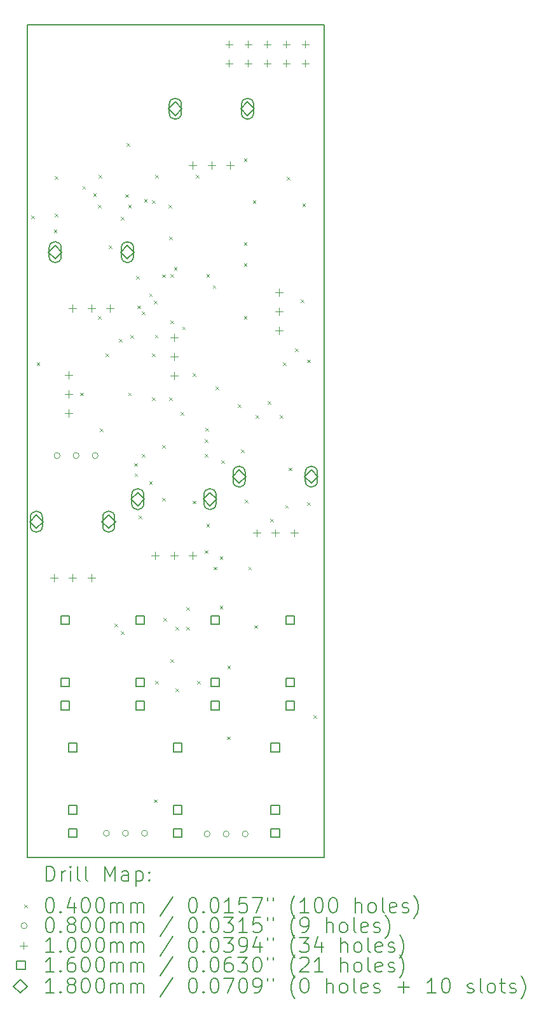
<source format=gbr>
%FSLAX45Y45*%
G04 Gerber Fmt 4.5, Leading zero omitted, Abs format (unit mm)*
G04 Created by KiCad (PCBNEW (6.0.0)) date 2022-02-05 03:11:01*
%MOMM*%
%LPD*%
G01*
G04 APERTURE LIST*
%TA.AperFunction,Profile*%
%ADD10C,0.150000*%
%TD*%
%ADD11C,0.200000*%
%ADD12C,0.040000*%
%ADD13C,0.080000*%
%ADD14C,0.100000*%
%ADD15C,0.160000*%
%ADD16C,0.180000*%
G04 APERTURE END LIST*
D10*
X8450000Y-880000D02*
X8450000Y-11970000D01*
X4500000Y-880000D02*
X8450000Y-880000D01*
X8450000Y-11970000D02*
X4500000Y-11970000D01*
X4500000Y-880000D02*
X4500000Y-11970000D01*
D11*
D12*
X4547500Y-3420000D02*
X4587500Y-3460000D01*
X4587500Y-3420000D02*
X4547500Y-3460000D01*
X4620000Y-5380000D02*
X4660000Y-5420000D01*
X4660000Y-5380000D02*
X4620000Y-5420000D01*
X4850000Y-3610000D02*
X4890000Y-3650000D01*
X4890000Y-3610000D02*
X4850000Y-3650000D01*
X4860000Y-2900000D02*
X4900000Y-2940000D01*
X4900000Y-2900000D02*
X4860000Y-2940000D01*
X4860000Y-3400000D02*
X4900000Y-3440000D01*
X4900000Y-3400000D02*
X4860000Y-3440000D01*
X5200000Y-5780000D02*
X5240000Y-5820000D01*
X5240000Y-5780000D02*
X5200000Y-5820000D01*
X5230000Y-3030000D02*
X5270000Y-3070000D01*
X5270000Y-3030000D02*
X5230000Y-3070000D01*
X5375000Y-3125000D02*
X5415000Y-3165000D01*
X5415000Y-3125000D02*
X5375000Y-3165000D01*
X5440000Y-3280000D02*
X5480000Y-3320000D01*
X5480000Y-3280000D02*
X5440000Y-3320000D01*
X5440000Y-4760000D02*
X5480000Y-4800000D01*
X5480000Y-4760000D02*
X5440000Y-4800000D01*
X5447500Y-2880000D02*
X5487500Y-2920000D01*
X5487500Y-2880000D02*
X5447500Y-2920000D01*
X5460000Y-6260000D02*
X5500000Y-6300000D01*
X5500000Y-6260000D02*
X5460000Y-6300000D01*
X5540000Y-5260000D02*
X5580000Y-5300000D01*
X5580000Y-5260000D02*
X5540000Y-5300000D01*
X5580000Y-3820000D02*
X5620000Y-3860000D01*
X5620000Y-3820000D02*
X5580000Y-3860000D01*
X5660000Y-8860000D02*
X5700000Y-8900000D01*
X5700000Y-8860000D02*
X5660000Y-8900000D01*
X5717500Y-5067500D02*
X5757500Y-5107500D01*
X5757500Y-5067500D02*
X5717500Y-5107500D01*
X5740000Y-3440000D02*
X5780000Y-3480000D01*
X5780000Y-3440000D02*
X5740000Y-3480000D01*
X5740000Y-8960000D02*
X5780000Y-9000000D01*
X5780000Y-8960000D02*
X5740000Y-9000000D01*
X5800000Y-3140000D02*
X5840000Y-3180000D01*
X5840000Y-3140000D02*
X5800000Y-3180000D01*
X5820000Y-2460000D02*
X5860000Y-2500000D01*
X5860000Y-2460000D02*
X5820000Y-2500000D01*
X5840000Y-3280000D02*
X5880000Y-3320000D01*
X5880000Y-3280000D02*
X5840000Y-3320000D01*
X5840000Y-5780000D02*
X5880000Y-5820000D01*
X5880000Y-5780000D02*
X5840000Y-5820000D01*
X5866265Y-5013735D02*
X5906265Y-5053735D01*
X5906265Y-5013735D02*
X5866265Y-5053735D01*
X5920000Y-6720000D02*
X5960000Y-6760000D01*
X5960000Y-6720000D02*
X5920000Y-6760000D01*
X5924315Y-6855685D02*
X5964315Y-6895685D01*
X5964315Y-6855685D02*
X5924315Y-6895685D01*
X5944791Y-4224791D02*
X5984791Y-4264791D01*
X5984791Y-4224791D02*
X5944791Y-4264791D01*
X5960000Y-4620000D02*
X6000000Y-4660000D01*
X6000000Y-4620000D02*
X5960000Y-4660000D01*
X5980000Y-7420000D02*
X6020000Y-7460000D01*
X6020000Y-7420000D02*
X5980000Y-7460000D01*
X6020000Y-4700000D02*
X6060000Y-4740000D01*
X6060000Y-4700000D02*
X6020000Y-4740000D01*
X6020000Y-6600000D02*
X6060000Y-6640000D01*
X6060000Y-6600000D02*
X6020000Y-6640000D01*
X6052500Y-3200000D02*
X6092500Y-3240000D01*
X6092500Y-3200000D02*
X6052500Y-3240000D01*
X6120000Y-4460000D02*
X6160000Y-4500000D01*
X6160000Y-4460000D02*
X6120000Y-4500000D01*
X6120000Y-6960000D02*
X6160000Y-7000000D01*
X6160000Y-6960000D02*
X6120000Y-7000000D01*
X6160000Y-3220000D02*
X6200000Y-3260000D01*
X6200000Y-3220000D02*
X6160000Y-3260000D01*
X6160000Y-5260000D02*
X6200000Y-5300000D01*
X6200000Y-5260000D02*
X6160000Y-5300000D01*
X6160000Y-5845000D02*
X6200000Y-5885000D01*
X6200000Y-5845000D02*
X6160000Y-5885000D01*
X6180000Y-4560000D02*
X6220000Y-4600000D01*
X6220000Y-4560000D02*
X6180000Y-4600000D01*
X6180000Y-11200000D02*
X6220000Y-11240000D01*
X6220000Y-11200000D02*
X6180000Y-11240000D01*
X6195000Y-5010000D02*
X6235000Y-5050000D01*
X6235000Y-5010000D02*
X6195000Y-5050000D01*
X6200000Y-2880000D02*
X6240000Y-2920000D01*
X6240000Y-2880000D02*
X6200000Y-2920000D01*
X6200000Y-9620000D02*
X6240000Y-9660000D01*
X6240000Y-9620000D02*
X6200000Y-9660000D01*
X6290000Y-4205000D02*
X6330000Y-4245000D01*
X6330000Y-4205000D02*
X6290000Y-4245000D01*
X6290000Y-6480000D02*
X6330000Y-6520000D01*
X6330000Y-6480000D02*
X6290000Y-6520000D01*
X6290000Y-7180000D02*
X6330000Y-7220000D01*
X6330000Y-7180000D02*
X6290000Y-7220000D01*
X6310000Y-8780000D02*
X6350000Y-8820000D01*
X6350000Y-8780000D02*
X6310000Y-8820000D01*
X6380000Y-3280000D02*
X6420000Y-3320000D01*
X6420000Y-3280000D02*
X6380000Y-3320000D01*
X6385000Y-3700000D02*
X6425000Y-3740000D01*
X6425000Y-3700000D02*
X6385000Y-3740000D01*
X6385000Y-5845000D02*
X6425000Y-5885000D01*
X6425000Y-5845000D02*
X6385000Y-5885000D01*
X6400000Y-4200000D02*
X6440000Y-4240000D01*
X6440000Y-4200000D02*
X6400000Y-4240000D01*
X6400000Y-4820000D02*
X6440000Y-4860000D01*
X6440000Y-4820000D02*
X6400000Y-4860000D01*
X6405000Y-9330000D02*
X6445000Y-9370000D01*
X6445000Y-9330000D02*
X6405000Y-9370000D01*
X6448735Y-4111265D02*
X6488735Y-4151265D01*
X6488735Y-4111265D02*
X6448735Y-4151265D01*
X6467500Y-8900000D02*
X6507500Y-8940000D01*
X6507500Y-8900000D02*
X6467500Y-8940000D01*
X6467500Y-9720000D02*
X6507500Y-9760000D01*
X6507500Y-9720000D02*
X6467500Y-9760000D01*
X6540000Y-6040000D02*
X6580000Y-6080000D01*
X6580000Y-6040000D02*
X6540000Y-6080000D01*
X6560000Y-4900000D02*
X6600000Y-4940000D01*
X6600000Y-4900000D02*
X6560000Y-4940000D01*
X6612500Y-8640000D02*
X6652500Y-8680000D01*
X6652500Y-8640000D02*
X6612500Y-8680000D01*
X6612500Y-8900000D02*
X6652500Y-8940000D01*
X6652500Y-8900000D02*
X6612500Y-8940000D01*
X6700000Y-5520000D02*
X6740000Y-5560000D01*
X6740000Y-5520000D02*
X6700000Y-5560000D01*
X6700000Y-7220000D02*
X6740000Y-7260000D01*
X6740000Y-7220000D02*
X6700000Y-7260000D01*
X6740000Y-2880000D02*
X6780000Y-2920000D01*
X6780000Y-2880000D02*
X6740000Y-2920000D01*
X6760000Y-9620000D02*
X6800000Y-9660000D01*
X6800000Y-9620000D02*
X6760000Y-9660000D01*
X6860000Y-6400000D02*
X6900000Y-6440000D01*
X6900000Y-6400000D02*
X6860000Y-6440000D01*
X6860000Y-6600000D02*
X6900000Y-6640000D01*
X6900000Y-6600000D02*
X6860000Y-6640000D01*
X6860000Y-7880000D02*
X6900000Y-7920000D01*
X6900000Y-7880000D02*
X6860000Y-7920000D01*
X6868735Y-6251265D02*
X6908735Y-6291265D01*
X6908735Y-6251265D02*
X6868735Y-6291265D01*
X6880000Y-4200000D02*
X6920000Y-4240000D01*
X6920000Y-4200000D02*
X6880000Y-4240000D01*
X6882200Y-7530400D02*
X6922200Y-7570400D01*
X6922200Y-7530400D02*
X6882200Y-7570400D01*
X6965000Y-4348800D02*
X7005000Y-4388800D01*
X7005000Y-4348800D02*
X6965000Y-4388800D01*
X6980000Y-8100000D02*
X7020000Y-8140000D01*
X7020000Y-8100000D02*
X6980000Y-8140000D01*
X7002500Y-5700000D02*
X7042500Y-5740000D01*
X7042500Y-5700000D02*
X7002500Y-5740000D01*
X7060000Y-7960000D02*
X7100000Y-8000000D01*
X7100000Y-7960000D02*
X7060000Y-8000000D01*
X7060000Y-8620000D02*
X7100000Y-8660000D01*
X7100000Y-8620000D02*
X7060000Y-8660000D01*
X7080000Y-6680000D02*
X7120000Y-6720000D01*
X7120000Y-6680000D02*
X7080000Y-6720000D01*
X7155000Y-10360000D02*
X7195000Y-10400000D01*
X7195000Y-10360000D02*
X7155000Y-10400000D01*
X7160000Y-9420000D02*
X7200000Y-9460000D01*
X7200000Y-9420000D02*
X7160000Y-9460000D01*
X7300000Y-5940000D02*
X7340000Y-5980000D01*
X7340000Y-5940000D02*
X7300000Y-5980000D01*
X7340000Y-6540000D02*
X7380000Y-6580000D01*
X7380000Y-6540000D02*
X7340000Y-6580000D01*
X7380000Y-2660000D02*
X7420000Y-2700000D01*
X7420000Y-2660000D02*
X7380000Y-2700000D01*
X7380000Y-3780000D02*
X7420000Y-3820000D01*
X7420000Y-3780000D02*
X7380000Y-3820000D01*
X7380000Y-4060000D02*
X7420000Y-4100000D01*
X7420000Y-4060000D02*
X7380000Y-4100000D01*
X7380000Y-4760000D02*
X7420000Y-4800000D01*
X7420000Y-4760000D02*
X7380000Y-4800000D01*
X7392500Y-7210000D02*
X7432500Y-7250000D01*
X7432500Y-7210000D02*
X7392500Y-7250000D01*
X7440000Y-8100000D02*
X7480000Y-8140000D01*
X7480000Y-8100000D02*
X7440000Y-8140000D01*
X7500000Y-3220000D02*
X7540000Y-3260000D01*
X7540000Y-3220000D02*
X7500000Y-3260000D01*
X7520000Y-8880000D02*
X7560000Y-8920000D01*
X7560000Y-8880000D02*
X7520000Y-8920000D01*
X7535000Y-6080000D02*
X7575000Y-6120000D01*
X7575000Y-6080000D02*
X7535000Y-6120000D01*
X7700000Y-5895500D02*
X7740000Y-5935500D01*
X7740000Y-5895500D02*
X7700000Y-5935500D01*
X7730000Y-7460000D02*
X7770000Y-7500000D01*
X7770000Y-7460000D02*
X7730000Y-7500000D01*
X7860000Y-6080000D02*
X7900000Y-6120000D01*
X7900000Y-6080000D02*
X7860000Y-6120000D01*
X7900000Y-5380000D02*
X7940000Y-5420000D01*
X7940000Y-5380000D02*
X7900000Y-5420000D01*
X7930000Y-7280000D02*
X7970000Y-7320000D01*
X7970000Y-7280000D02*
X7930000Y-7320000D01*
X7955000Y-2905000D02*
X7995000Y-2945000D01*
X7995000Y-2905000D02*
X7955000Y-2945000D01*
X7980000Y-6780000D02*
X8020000Y-6820000D01*
X8020000Y-6780000D02*
X7980000Y-6820000D01*
X8060000Y-5190000D02*
X8100000Y-5230000D01*
X8100000Y-5190000D02*
X8060000Y-5230000D01*
X8140000Y-4540000D02*
X8180000Y-4580000D01*
X8180000Y-4540000D02*
X8140000Y-4580000D01*
X8160000Y-3260000D02*
X8200000Y-3300000D01*
X8200000Y-3260000D02*
X8160000Y-3300000D01*
X8220000Y-5340000D02*
X8260000Y-5380000D01*
X8260000Y-5340000D02*
X8220000Y-5380000D01*
X8220000Y-7240000D02*
X8260000Y-7280000D01*
X8260000Y-7240000D02*
X8220000Y-7280000D01*
X8307500Y-10080000D02*
X8347500Y-10120000D01*
X8347500Y-10080000D02*
X8307500Y-10120000D01*
D13*
X4932000Y-6620000D02*
G75*
G03*
X4932000Y-6620000I-40000J0D01*
G01*
X5186000Y-6620000D02*
G75*
G03*
X5186000Y-6620000I-40000J0D01*
G01*
X5440000Y-6620000D02*
G75*
G03*
X5440000Y-6620000I-40000J0D01*
G01*
X5590000Y-11650000D02*
G75*
G03*
X5590000Y-11650000I-40000J0D01*
G01*
X5844000Y-11650000D02*
G75*
G03*
X5844000Y-11650000I-40000J0D01*
G01*
X6098000Y-11650000D02*
G75*
G03*
X6098000Y-11650000I-40000J0D01*
G01*
X6930000Y-11660000D02*
G75*
G03*
X6930000Y-11660000I-40000J0D01*
G01*
X7184000Y-11660000D02*
G75*
G03*
X7184000Y-11660000I-40000J0D01*
G01*
X7438000Y-11660000D02*
G75*
G03*
X7438000Y-11660000I-40000J0D01*
G01*
D14*
X4850000Y-8200000D02*
X4850000Y-8300000D01*
X4800000Y-8250000D02*
X4900000Y-8250000D01*
X5050000Y-5496000D02*
X5050000Y-5596000D01*
X5000000Y-5546000D02*
X5100000Y-5546000D01*
X5050000Y-5750000D02*
X5050000Y-5850000D01*
X5000000Y-5800000D02*
X5100000Y-5800000D01*
X5050000Y-6004000D02*
X5050000Y-6104000D01*
X5000000Y-6054000D02*
X5100000Y-6054000D01*
X5100000Y-4610000D02*
X5100000Y-4710000D01*
X5050000Y-4660000D02*
X5150000Y-4660000D01*
X5100000Y-8200000D02*
X5100000Y-8300000D01*
X5050000Y-8250000D02*
X5150000Y-8250000D01*
X5350000Y-4610000D02*
X5350000Y-4710000D01*
X5300000Y-4660000D02*
X5400000Y-4660000D01*
X5350000Y-8200000D02*
X5350000Y-8300000D01*
X5300000Y-8250000D02*
X5400000Y-8250000D01*
X5600000Y-4610000D02*
X5600000Y-4710000D01*
X5550000Y-4660000D02*
X5650000Y-4660000D01*
X6200000Y-7900000D02*
X6200000Y-8000000D01*
X6150000Y-7950000D02*
X6250000Y-7950000D01*
X6450000Y-4996000D02*
X6450000Y-5096000D01*
X6400000Y-5046000D02*
X6500000Y-5046000D01*
X6450000Y-5250000D02*
X6450000Y-5350000D01*
X6400000Y-5300000D02*
X6500000Y-5300000D01*
X6450000Y-5504000D02*
X6450000Y-5604000D01*
X6400000Y-5554000D02*
X6500000Y-5554000D01*
X6450000Y-7900000D02*
X6450000Y-8000000D01*
X6400000Y-7950000D02*
X6500000Y-7950000D01*
X6700000Y-2700000D02*
X6700000Y-2800000D01*
X6650000Y-2750000D02*
X6750000Y-2750000D01*
X6700000Y-7900000D02*
X6700000Y-8000000D01*
X6650000Y-7950000D02*
X6750000Y-7950000D01*
X6950000Y-2700000D02*
X6950000Y-2800000D01*
X6900000Y-2750000D02*
X7000000Y-2750000D01*
X7184000Y-1090000D02*
X7184000Y-1190000D01*
X7134000Y-1140000D02*
X7234000Y-1140000D01*
X7184000Y-1344000D02*
X7184000Y-1444000D01*
X7134000Y-1394000D02*
X7234000Y-1394000D01*
X7200000Y-2700000D02*
X7200000Y-2800000D01*
X7150000Y-2750000D02*
X7250000Y-2750000D01*
X7438000Y-1090000D02*
X7438000Y-1190000D01*
X7388000Y-1140000D02*
X7488000Y-1140000D01*
X7438000Y-1344000D02*
X7438000Y-1444000D01*
X7388000Y-1394000D02*
X7488000Y-1394000D01*
X7550000Y-7600000D02*
X7550000Y-7700000D01*
X7500000Y-7650000D02*
X7600000Y-7650000D01*
X7692000Y-1090000D02*
X7692000Y-1190000D01*
X7642000Y-1140000D02*
X7742000Y-1140000D01*
X7692000Y-1344000D02*
X7692000Y-1444000D01*
X7642000Y-1394000D02*
X7742000Y-1394000D01*
X7800000Y-7600000D02*
X7800000Y-7700000D01*
X7750000Y-7650000D02*
X7850000Y-7650000D01*
X7850000Y-4396000D02*
X7850000Y-4496000D01*
X7800000Y-4446000D02*
X7900000Y-4446000D01*
X7850000Y-4650000D02*
X7850000Y-4750000D01*
X7800000Y-4700000D02*
X7900000Y-4700000D01*
X7850000Y-4904000D02*
X7850000Y-5004000D01*
X7800000Y-4954000D02*
X7900000Y-4954000D01*
X7946000Y-1090000D02*
X7946000Y-1190000D01*
X7896000Y-1140000D02*
X7996000Y-1140000D01*
X7946000Y-1344000D02*
X7946000Y-1444000D01*
X7896000Y-1394000D02*
X7996000Y-1394000D01*
X8050000Y-7600000D02*
X8050000Y-7700000D01*
X8000000Y-7650000D02*
X8100000Y-7650000D01*
X8200000Y-1090000D02*
X8200000Y-1190000D01*
X8150000Y-1140000D02*
X8250000Y-1140000D01*
X8200000Y-1344000D02*
X8200000Y-1444000D01*
X8150000Y-1394000D02*
X8250000Y-1394000D01*
D15*
X5056569Y-8864569D02*
X5056569Y-8751431D01*
X4943431Y-8751431D01*
X4943431Y-8864569D01*
X5056569Y-8864569D01*
X5056569Y-9694569D02*
X5056569Y-9581431D01*
X4943431Y-9581431D01*
X4943431Y-9694569D01*
X5056569Y-9694569D01*
X5056569Y-10004569D02*
X5056569Y-9891431D01*
X4943431Y-9891431D01*
X4943431Y-10004569D01*
X5056569Y-10004569D01*
X5156569Y-10564569D02*
X5156569Y-10451431D01*
X5043431Y-10451431D01*
X5043431Y-10564569D01*
X5156569Y-10564569D01*
X5156569Y-11394569D02*
X5156569Y-11281431D01*
X5043431Y-11281431D01*
X5043431Y-11394569D01*
X5156569Y-11394569D01*
X5156569Y-11704569D02*
X5156569Y-11591431D01*
X5043431Y-11591431D01*
X5043431Y-11704569D01*
X5156569Y-11704569D01*
X6056569Y-8864569D02*
X6056569Y-8751431D01*
X5943431Y-8751431D01*
X5943431Y-8864569D01*
X6056569Y-8864569D01*
X6056569Y-9694569D02*
X6056569Y-9581431D01*
X5943431Y-9581431D01*
X5943431Y-9694569D01*
X6056569Y-9694569D01*
X6056569Y-10004569D02*
X6056569Y-9891431D01*
X5943431Y-9891431D01*
X5943431Y-10004569D01*
X6056569Y-10004569D01*
X6556569Y-10564569D02*
X6556569Y-10451431D01*
X6443431Y-10451431D01*
X6443431Y-10564569D01*
X6556569Y-10564569D01*
X6556569Y-11394569D02*
X6556569Y-11281431D01*
X6443431Y-11281431D01*
X6443431Y-11394569D01*
X6556569Y-11394569D01*
X6556569Y-11704569D02*
X6556569Y-11591431D01*
X6443431Y-11591431D01*
X6443431Y-11704569D01*
X6556569Y-11704569D01*
X7056569Y-8864569D02*
X7056569Y-8751431D01*
X6943431Y-8751431D01*
X6943431Y-8864569D01*
X7056569Y-8864569D01*
X7056569Y-9694569D02*
X7056569Y-9581431D01*
X6943431Y-9581431D01*
X6943431Y-9694569D01*
X7056569Y-9694569D01*
X7056569Y-10004569D02*
X7056569Y-9891431D01*
X6943431Y-9891431D01*
X6943431Y-10004569D01*
X7056569Y-10004569D01*
X7856569Y-10564569D02*
X7856569Y-10451431D01*
X7743431Y-10451431D01*
X7743431Y-10564569D01*
X7856569Y-10564569D01*
X7856569Y-11394569D02*
X7856569Y-11281431D01*
X7743431Y-11281431D01*
X7743431Y-11394569D01*
X7856569Y-11394569D01*
X7856569Y-11704569D02*
X7856569Y-11591431D01*
X7743431Y-11591431D01*
X7743431Y-11704569D01*
X7856569Y-11704569D01*
X8056569Y-8864569D02*
X8056569Y-8751431D01*
X7943431Y-8751431D01*
X7943431Y-8864569D01*
X8056569Y-8864569D01*
X8056569Y-9694569D02*
X8056569Y-9581431D01*
X7943431Y-9581431D01*
X7943431Y-9694569D01*
X8056569Y-9694569D01*
X8056569Y-10004569D02*
X8056569Y-9891431D01*
X7943431Y-9891431D01*
X7943431Y-10004569D01*
X8056569Y-10004569D01*
D16*
X4617400Y-7590000D02*
X4707400Y-7500000D01*
X4617400Y-7410000D01*
X4527400Y-7500000D01*
X4617400Y-7590000D01*
D11*
X4537400Y-7440000D02*
X4537400Y-7560000D01*
X4697400Y-7440000D02*
X4697400Y-7560000D01*
X4537400Y-7560000D02*
G75*
G03*
X4697400Y-7560000I80000J0D01*
G01*
X4697400Y-7440000D02*
G75*
G03*
X4537400Y-7440000I-80000J0D01*
G01*
D16*
X4867400Y-4000000D02*
X4957400Y-3910000D01*
X4867400Y-3820000D01*
X4777400Y-3910000D01*
X4867400Y-4000000D01*
D11*
X4787400Y-3850000D02*
X4787400Y-3970000D01*
X4947400Y-3850000D02*
X4947400Y-3970000D01*
X4787400Y-3970000D02*
G75*
G03*
X4947400Y-3970000I80000J0D01*
G01*
X4947400Y-3850000D02*
G75*
G03*
X4787400Y-3850000I-80000J0D01*
G01*
D16*
X5580000Y-7590000D02*
X5670000Y-7500000D01*
X5580000Y-7410000D01*
X5490000Y-7500000D01*
X5580000Y-7590000D01*
D11*
X5500000Y-7440000D02*
X5500000Y-7560000D01*
X5660000Y-7440000D02*
X5660000Y-7560000D01*
X5500000Y-7560000D02*
G75*
G03*
X5660000Y-7560000I80000J0D01*
G01*
X5660000Y-7440000D02*
G75*
G03*
X5500000Y-7440000I-80000J0D01*
G01*
D16*
X5830000Y-4000000D02*
X5920000Y-3910000D01*
X5830000Y-3820000D01*
X5740000Y-3910000D01*
X5830000Y-4000000D01*
D11*
X5750000Y-3850000D02*
X5750000Y-3970000D01*
X5910000Y-3850000D02*
X5910000Y-3970000D01*
X5750000Y-3970000D02*
G75*
G03*
X5910000Y-3970000I80000J0D01*
G01*
X5910000Y-3850000D02*
G75*
G03*
X5750000Y-3850000I-80000J0D01*
G01*
D16*
X5967400Y-7290000D02*
X6057400Y-7200000D01*
X5967400Y-7110000D01*
X5877400Y-7200000D01*
X5967400Y-7290000D01*
D11*
X5887400Y-7140000D02*
X5887400Y-7260000D01*
X6047400Y-7140000D02*
X6047400Y-7260000D01*
X5887400Y-7260000D02*
G75*
G03*
X6047400Y-7260000I80000J0D01*
G01*
X6047400Y-7140000D02*
G75*
G03*
X5887400Y-7140000I-80000J0D01*
G01*
D16*
X6467400Y-2090000D02*
X6557400Y-2000000D01*
X6467400Y-1910000D01*
X6377400Y-2000000D01*
X6467400Y-2090000D01*
D11*
X6387400Y-1940000D02*
X6387400Y-2060000D01*
X6547400Y-1940000D02*
X6547400Y-2060000D01*
X6387400Y-2060000D02*
G75*
G03*
X6547400Y-2060000I80000J0D01*
G01*
X6547400Y-1940000D02*
G75*
G03*
X6387400Y-1940000I-80000J0D01*
G01*
D16*
X6930000Y-7290000D02*
X7020000Y-7200000D01*
X6930000Y-7110000D01*
X6840000Y-7200000D01*
X6930000Y-7290000D01*
D11*
X6850000Y-7140000D02*
X6850000Y-7260000D01*
X7010000Y-7140000D02*
X7010000Y-7260000D01*
X6850000Y-7260000D02*
G75*
G03*
X7010000Y-7260000I80000J0D01*
G01*
X7010000Y-7140000D02*
G75*
G03*
X6850000Y-7140000I-80000J0D01*
G01*
D16*
X7317400Y-6990000D02*
X7407400Y-6900000D01*
X7317400Y-6810000D01*
X7227400Y-6900000D01*
X7317400Y-6990000D01*
D11*
X7237400Y-6840000D02*
X7237400Y-6960000D01*
X7397400Y-6840000D02*
X7397400Y-6960000D01*
X7237400Y-6960000D02*
G75*
G03*
X7397400Y-6960000I80000J0D01*
G01*
X7397400Y-6840000D02*
G75*
G03*
X7237400Y-6840000I-80000J0D01*
G01*
D16*
X7430000Y-2090000D02*
X7520000Y-2000000D01*
X7430000Y-1910000D01*
X7340000Y-2000000D01*
X7430000Y-2090000D01*
D11*
X7350000Y-1940000D02*
X7350000Y-2060000D01*
X7510000Y-1940000D02*
X7510000Y-2060000D01*
X7350000Y-2060000D02*
G75*
G03*
X7510000Y-2060000I80000J0D01*
G01*
X7510000Y-1940000D02*
G75*
G03*
X7350000Y-1940000I-80000J0D01*
G01*
D16*
X8280000Y-6990000D02*
X8370000Y-6900000D01*
X8280000Y-6810000D01*
X8190000Y-6900000D01*
X8280000Y-6990000D01*
D11*
X8200000Y-6840000D02*
X8200000Y-6960000D01*
X8360000Y-6840000D02*
X8360000Y-6960000D01*
X8200000Y-6960000D02*
G75*
G03*
X8360000Y-6960000I80000J0D01*
G01*
X8360000Y-6840000D02*
G75*
G03*
X8200000Y-6840000I-80000J0D01*
G01*
X4750119Y-12287976D02*
X4750119Y-12087976D01*
X4797738Y-12087976D01*
X4826310Y-12097500D01*
X4845357Y-12116548D01*
X4854881Y-12135595D01*
X4864405Y-12173690D01*
X4864405Y-12202262D01*
X4854881Y-12240357D01*
X4845357Y-12259405D01*
X4826310Y-12278452D01*
X4797738Y-12287976D01*
X4750119Y-12287976D01*
X4950119Y-12287976D02*
X4950119Y-12154643D01*
X4950119Y-12192738D02*
X4959643Y-12173690D01*
X4969167Y-12164167D01*
X4988214Y-12154643D01*
X5007262Y-12154643D01*
X5073929Y-12287976D02*
X5073929Y-12154643D01*
X5073929Y-12087976D02*
X5064405Y-12097500D01*
X5073929Y-12107024D01*
X5083452Y-12097500D01*
X5073929Y-12087976D01*
X5073929Y-12107024D01*
X5197738Y-12287976D02*
X5178690Y-12278452D01*
X5169167Y-12259405D01*
X5169167Y-12087976D01*
X5302500Y-12287976D02*
X5283452Y-12278452D01*
X5273929Y-12259405D01*
X5273929Y-12087976D01*
X5531071Y-12287976D02*
X5531071Y-12087976D01*
X5597738Y-12230833D01*
X5664405Y-12087976D01*
X5664405Y-12287976D01*
X5845357Y-12287976D02*
X5845357Y-12183214D01*
X5835833Y-12164167D01*
X5816786Y-12154643D01*
X5778690Y-12154643D01*
X5759643Y-12164167D01*
X5845357Y-12278452D02*
X5826309Y-12287976D01*
X5778690Y-12287976D01*
X5759643Y-12278452D01*
X5750119Y-12259405D01*
X5750119Y-12240357D01*
X5759643Y-12221309D01*
X5778690Y-12211786D01*
X5826309Y-12211786D01*
X5845357Y-12202262D01*
X5940595Y-12154643D02*
X5940595Y-12354643D01*
X5940595Y-12164167D02*
X5959643Y-12154643D01*
X5997738Y-12154643D01*
X6016786Y-12164167D01*
X6026309Y-12173690D01*
X6035833Y-12192738D01*
X6035833Y-12249881D01*
X6026309Y-12268928D01*
X6016786Y-12278452D01*
X5997738Y-12287976D01*
X5959643Y-12287976D01*
X5940595Y-12278452D01*
X6121548Y-12268928D02*
X6131071Y-12278452D01*
X6121548Y-12287976D01*
X6112024Y-12278452D01*
X6121548Y-12268928D01*
X6121548Y-12287976D01*
X6121548Y-12164167D02*
X6131071Y-12173690D01*
X6121548Y-12183214D01*
X6112024Y-12173690D01*
X6121548Y-12164167D01*
X6121548Y-12183214D01*
D12*
X4452500Y-12597500D02*
X4492500Y-12637500D01*
X4492500Y-12597500D02*
X4452500Y-12637500D01*
D11*
X4788214Y-12507976D02*
X4807262Y-12507976D01*
X4826310Y-12517500D01*
X4835833Y-12527024D01*
X4845357Y-12546071D01*
X4854881Y-12584167D01*
X4854881Y-12631786D01*
X4845357Y-12669881D01*
X4835833Y-12688928D01*
X4826310Y-12698452D01*
X4807262Y-12707976D01*
X4788214Y-12707976D01*
X4769167Y-12698452D01*
X4759643Y-12688928D01*
X4750119Y-12669881D01*
X4740595Y-12631786D01*
X4740595Y-12584167D01*
X4750119Y-12546071D01*
X4759643Y-12527024D01*
X4769167Y-12517500D01*
X4788214Y-12507976D01*
X4940595Y-12688928D02*
X4950119Y-12698452D01*
X4940595Y-12707976D01*
X4931071Y-12698452D01*
X4940595Y-12688928D01*
X4940595Y-12707976D01*
X5121548Y-12574643D02*
X5121548Y-12707976D01*
X5073929Y-12498452D02*
X5026310Y-12641309D01*
X5150119Y-12641309D01*
X5264405Y-12507976D02*
X5283452Y-12507976D01*
X5302500Y-12517500D01*
X5312024Y-12527024D01*
X5321548Y-12546071D01*
X5331071Y-12584167D01*
X5331071Y-12631786D01*
X5321548Y-12669881D01*
X5312024Y-12688928D01*
X5302500Y-12698452D01*
X5283452Y-12707976D01*
X5264405Y-12707976D01*
X5245357Y-12698452D01*
X5235833Y-12688928D01*
X5226310Y-12669881D01*
X5216786Y-12631786D01*
X5216786Y-12584167D01*
X5226310Y-12546071D01*
X5235833Y-12527024D01*
X5245357Y-12517500D01*
X5264405Y-12507976D01*
X5454881Y-12507976D02*
X5473929Y-12507976D01*
X5492976Y-12517500D01*
X5502500Y-12527024D01*
X5512024Y-12546071D01*
X5521548Y-12584167D01*
X5521548Y-12631786D01*
X5512024Y-12669881D01*
X5502500Y-12688928D01*
X5492976Y-12698452D01*
X5473929Y-12707976D01*
X5454881Y-12707976D01*
X5435833Y-12698452D01*
X5426310Y-12688928D01*
X5416786Y-12669881D01*
X5407262Y-12631786D01*
X5407262Y-12584167D01*
X5416786Y-12546071D01*
X5426310Y-12527024D01*
X5435833Y-12517500D01*
X5454881Y-12507976D01*
X5607262Y-12707976D02*
X5607262Y-12574643D01*
X5607262Y-12593690D02*
X5616786Y-12584167D01*
X5635833Y-12574643D01*
X5664405Y-12574643D01*
X5683452Y-12584167D01*
X5692976Y-12603214D01*
X5692976Y-12707976D01*
X5692976Y-12603214D02*
X5702500Y-12584167D01*
X5721548Y-12574643D01*
X5750119Y-12574643D01*
X5769167Y-12584167D01*
X5778690Y-12603214D01*
X5778690Y-12707976D01*
X5873928Y-12707976D02*
X5873928Y-12574643D01*
X5873928Y-12593690D02*
X5883452Y-12584167D01*
X5902500Y-12574643D01*
X5931071Y-12574643D01*
X5950119Y-12584167D01*
X5959643Y-12603214D01*
X5959643Y-12707976D01*
X5959643Y-12603214D02*
X5969167Y-12584167D01*
X5988214Y-12574643D01*
X6016786Y-12574643D01*
X6035833Y-12584167D01*
X6045357Y-12603214D01*
X6045357Y-12707976D01*
X6435833Y-12498452D02*
X6264405Y-12755595D01*
X6692976Y-12507976D02*
X6712024Y-12507976D01*
X6731071Y-12517500D01*
X6740595Y-12527024D01*
X6750119Y-12546071D01*
X6759643Y-12584167D01*
X6759643Y-12631786D01*
X6750119Y-12669881D01*
X6740595Y-12688928D01*
X6731071Y-12698452D01*
X6712024Y-12707976D01*
X6692976Y-12707976D01*
X6673928Y-12698452D01*
X6664405Y-12688928D01*
X6654881Y-12669881D01*
X6645357Y-12631786D01*
X6645357Y-12584167D01*
X6654881Y-12546071D01*
X6664405Y-12527024D01*
X6673928Y-12517500D01*
X6692976Y-12507976D01*
X6845357Y-12688928D02*
X6854881Y-12698452D01*
X6845357Y-12707976D01*
X6835833Y-12698452D01*
X6845357Y-12688928D01*
X6845357Y-12707976D01*
X6978690Y-12507976D02*
X6997738Y-12507976D01*
X7016786Y-12517500D01*
X7026309Y-12527024D01*
X7035833Y-12546071D01*
X7045357Y-12584167D01*
X7045357Y-12631786D01*
X7035833Y-12669881D01*
X7026309Y-12688928D01*
X7016786Y-12698452D01*
X6997738Y-12707976D01*
X6978690Y-12707976D01*
X6959643Y-12698452D01*
X6950119Y-12688928D01*
X6940595Y-12669881D01*
X6931071Y-12631786D01*
X6931071Y-12584167D01*
X6940595Y-12546071D01*
X6950119Y-12527024D01*
X6959643Y-12517500D01*
X6978690Y-12507976D01*
X7235833Y-12707976D02*
X7121548Y-12707976D01*
X7178690Y-12707976D02*
X7178690Y-12507976D01*
X7159643Y-12536548D01*
X7140595Y-12555595D01*
X7121548Y-12565119D01*
X7416786Y-12507976D02*
X7321548Y-12507976D01*
X7312024Y-12603214D01*
X7321548Y-12593690D01*
X7340595Y-12584167D01*
X7388214Y-12584167D01*
X7407262Y-12593690D01*
X7416786Y-12603214D01*
X7426309Y-12622262D01*
X7426309Y-12669881D01*
X7416786Y-12688928D01*
X7407262Y-12698452D01*
X7388214Y-12707976D01*
X7340595Y-12707976D01*
X7321548Y-12698452D01*
X7312024Y-12688928D01*
X7492976Y-12507976D02*
X7626309Y-12507976D01*
X7540595Y-12707976D01*
X7692976Y-12507976D02*
X7692976Y-12546071D01*
X7769167Y-12507976D02*
X7769167Y-12546071D01*
X8064405Y-12784167D02*
X8054881Y-12774643D01*
X8035833Y-12746071D01*
X8026309Y-12727024D01*
X8016786Y-12698452D01*
X8007262Y-12650833D01*
X8007262Y-12612738D01*
X8016786Y-12565119D01*
X8026309Y-12536548D01*
X8035833Y-12517500D01*
X8054881Y-12488928D01*
X8064405Y-12479405D01*
X8245357Y-12707976D02*
X8131071Y-12707976D01*
X8188214Y-12707976D02*
X8188214Y-12507976D01*
X8169167Y-12536548D01*
X8150119Y-12555595D01*
X8131071Y-12565119D01*
X8369167Y-12507976D02*
X8388214Y-12507976D01*
X8407262Y-12517500D01*
X8416786Y-12527024D01*
X8426310Y-12546071D01*
X8435833Y-12584167D01*
X8435833Y-12631786D01*
X8426310Y-12669881D01*
X8416786Y-12688928D01*
X8407262Y-12698452D01*
X8388214Y-12707976D01*
X8369167Y-12707976D01*
X8350119Y-12698452D01*
X8340595Y-12688928D01*
X8331071Y-12669881D01*
X8321548Y-12631786D01*
X8321548Y-12584167D01*
X8331071Y-12546071D01*
X8340595Y-12527024D01*
X8350119Y-12517500D01*
X8369167Y-12507976D01*
X8559643Y-12507976D02*
X8578690Y-12507976D01*
X8597738Y-12517500D01*
X8607262Y-12527024D01*
X8616786Y-12546071D01*
X8626310Y-12584167D01*
X8626310Y-12631786D01*
X8616786Y-12669881D01*
X8607262Y-12688928D01*
X8597738Y-12698452D01*
X8578690Y-12707976D01*
X8559643Y-12707976D01*
X8540595Y-12698452D01*
X8531071Y-12688928D01*
X8521548Y-12669881D01*
X8512024Y-12631786D01*
X8512024Y-12584167D01*
X8521548Y-12546071D01*
X8531071Y-12527024D01*
X8540595Y-12517500D01*
X8559643Y-12507976D01*
X8864405Y-12707976D02*
X8864405Y-12507976D01*
X8950119Y-12707976D02*
X8950119Y-12603214D01*
X8940595Y-12584167D01*
X8921548Y-12574643D01*
X8892976Y-12574643D01*
X8873929Y-12584167D01*
X8864405Y-12593690D01*
X9073929Y-12707976D02*
X9054881Y-12698452D01*
X9045357Y-12688928D01*
X9035833Y-12669881D01*
X9035833Y-12612738D01*
X9045357Y-12593690D01*
X9054881Y-12584167D01*
X9073929Y-12574643D01*
X9102500Y-12574643D01*
X9121548Y-12584167D01*
X9131071Y-12593690D01*
X9140595Y-12612738D01*
X9140595Y-12669881D01*
X9131071Y-12688928D01*
X9121548Y-12698452D01*
X9102500Y-12707976D01*
X9073929Y-12707976D01*
X9254881Y-12707976D02*
X9235833Y-12698452D01*
X9226310Y-12679405D01*
X9226310Y-12507976D01*
X9407262Y-12698452D02*
X9388214Y-12707976D01*
X9350119Y-12707976D01*
X9331071Y-12698452D01*
X9321548Y-12679405D01*
X9321548Y-12603214D01*
X9331071Y-12584167D01*
X9350119Y-12574643D01*
X9388214Y-12574643D01*
X9407262Y-12584167D01*
X9416786Y-12603214D01*
X9416786Y-12622262D01*
X9321548Y-12641309D01*
X9492976Y-12698452D02*
X9512024Y-12707976D01*
X9550119Y-12707976D01*
X9569167Y-12698452D01*
X9578690Y-12679405D01*
X9578690Y-12669881D01*
X9569167Y-12650833D01*
X9550119Y-12641309D01*
X9521548Y-12641309D01*
X9502500Y-12631786D01*
X9492976Y-12612738D01*
X9492976Y-12603214D01*
X9502500Y-12584167D01*
X9521548Y-12574643D01*
X9550119Y-12574643D01*
X9569167Y-12584167D01*
X9645357Y-12784167D02*
X9654881Y-12774643D01*
X9673929Y-12746071D01*
X9683452Y-12727024D01*
X9692976Y-12698452D01*
X9702500Y-12650833D01*
X9702500Y-12612738D01*
X9692976Y-12565119D01*
X9683452Y-12536548D01*
X9673929Y-12517500D01*
X9654881Y-12488928D01*
X9645357Y-12479405D01*
D13*
X4492500Y-12881500D02*
G75*
G03*
X4492500Y-12881500I-40000J0D01*
G01*
D11*
X4788214Y-12771976D02*
X4807262Y-12771976D01*
X4826310Y-12781500D01*
X4835833Y-12791024D01*
X4845357Y-12810071D01*
X4854881Y-12848167D01*
X4854881Y-12895786D01*
X4845357Y-12933881D01*
X4835833Y-12952928D01*
X4826310Y-12962452D01*
X4807262Y-12971976D01*
X4788214Y-12971976D01*
X4769167Y-12962452D01*
X4759643Y-12952928D01*
X4750119Y-12933881D01*
X4740595Y-12895786D01*
X4740595Y-12848167D01*
X4750119Y-12810071D01*
X4759643Y-12791024D01*
X4769167Y-12781500D01*
X4788214Y-12771976D01*
X4940595Y-12952928D02*
X4950119Y-12962452D01*
X4940595Y-12971976D01*
X4931071Y-12962452D01*
X4940595Y-12952928D01*
X4940595Y-12971976D01*
X5064405Y-12857690D02*
X5045357Y-12848167D01*
X5035833Y-12838643D01*
X5026310Y-12819595D01*
X5026310Y-12810071D01*
X5035833Y-12791024D01*
X5045357Y-12781500D01*
X5064405Y-12771976D01*
X5102500Y-12771976D01*
X5121548Y-12781500D01*
X5131071Y-12791024D01*
X5140595Y-12810071D01*
X5140595Y-12819595D01*
X5131071Y-12838643D01*
X5121548Y-12848167D01*
X5102500Y-12857690D01*
X5064405Y-12857690D01*
X5045357Y-12867214D01*
X5035833Y-12876738D01*
X5026310Y-12895786D01*
X5026310Y-12933881D01*
X5035833Y-12952928D01*
X5045357Y-12962452D01*
X5064405Y-12971976D01*
X5102500Y-12971976D01*
X5121548Y-12962452D01*
X5131071Y-12952928D01*
X5140595Y-12933881D01*
X5140595Y-12895786D01*
X5131071Y-12876738D01*
X5121548Y-12867214D01*
X5102500Y-12857690D01*
X5264405Y-12771976D02*
X5283452Y-12771976D01*
X5302500Y-12781500D01*
X5312024Y-12791024D01*
X5321548Y-12810071D01*
X5331071Y-12848167D01*
X5331071Y-12895786D01*
X5321548Y-12933881D01*
X5312024Y-12952928D01*
X5302500Y-12962452D01*
X5283452Y-12971976D01*
X5264405Y-12971976D01*
X5245357Y-12962452D01*
X5235833Y-12952928D01*
X5226310Y-12933881D01*
X5216786Y-12895786D01*
X5216786Y-12848167D01*
X5226310Y-12810071D01*
X5235833Y-12791024D01*
X5245357Y-12781500D01*
X5264405Y-12771976D01*
X5454881Y-12771976D02*
X5473929Y-12771976D01*
X5492976Y-12781500D01*
X5502500Y-12791024D01*
X5512024Y-12810071D01*
X5521548Y-12848167D01*
X5521548Y-12895786D01*
X5512024Y-12933881D01*
X5502500Y-12952928D01*
X5492976Y-12962452D01*
X5473929Y-12971976D01*
X5454881Y-12971976D01*
X5435833Y-12962452D01*
X5426310Y-12952928D01*
X5416786Y-12933881D01*
X5407262Y-12895786D01*
X5407262Y-12848167D01*
X5416786Y-12810071D01*
X5426310Y-12791024D01*
X5435833Y-12781500D01*
X5454881Y-12771976D01*
X5607262Y-12971976D02*
X5607262Y-12838643D01*
X5607262Y-12857690D02*
X5616786Y-12848167D01*
X5635833Y-12838643D01*
X5664405Y-12838643D01*
X5683452Y-12848167D01*
X5692976Y-12867214D01*
X5692976Y-12971976D01*
X5692976Y-12867214D02*
X5702500Y-12848167D01*
X5721548Y-12838643D01*
X5750119Y-12838643D01*
X5769167Y-12848167D01*
X5778690Y-12867214D01*
X5778690Y-12971976D01*
X5873928Y-12971976D02*
X5873928Y-12838643D01*
X5873928Y-12857690D02*
X5883452Y-12848167D01*
X5902500Y-12838643D01*
X5931071Y-12838643D01*
X5950119Y-12848167D01*
X5959643Y-12867214D01*
X5959643Y-12971976D01*
X5959643Y-12867214D02*
X5969167Y-12848167D01*
X5988214Y-12838643D01*
X6016786Y-12838643D01*
X6035833Y-12848167D01*
X6045357Y-12867214D01*
X6045357Y-12971976D01*
X6435833Y-12762452D02*
X6264405Y-13019595D01*
X6692976Y-12771976D02*
X6712024Y-12771976D01*
X6731071Y-12781500D01*
X6740595Y-12791024D01*
X6750119Y-12810071D01*
X6759643Y-12848167D01*
X6759643Y-12895786D01*
X6750119Y-12933881D01*
X6740595Y-12952928D01*
X6731071Y-12962452D01*
X6712024Y-12971976D01*
X6692976Y-12971976D01*
X6673928Y-12962452D01*
X6664405Y-12952928D01*
X6654881Y-12933881D01*
X6645357Y-12895786D01*
X6645357Y-12848167D01*
X6654881Y-12810071D01*
X6664405Y-12791024D01*
X6673928Y-12781500D01*
X6692976Y-12771976D01*
X6845357Y-12952928D02*
X6854881Y-12962452D01*
X6845357Y-12971976D01*
X6835833Y-12962452D01*
X6845357Y-12952928D01*
X6845357Y-12971976D01*
X6978690Y-12771976D02*
X6997738Y-12771976D01*
X7016786Y-12781500D01*
X7026309Y-12791024D01*
X7035833Y-12810071D01*
X7045357Y-12848167D01*
X7045357Y-12895786D01*
X7035833Y-12933881D01*
X7026309Y-12952928D01*
X7016786Y-12962452D01*
X6997738Y-12971976D01*
X6978690Y-12971976D01*
X6959643Y-12962452D01*
X6950119Y-12952928D01*
X6940595Y-12933881D01*
X6931071Y-12895786D01*
X6931071Y-12848167D01*
X6940595Y-12810071D01*
X6950119Y-12791024D01*
X6959643Y-12781500D01*
X6978690Y-12771976D01*
X7112024Y-12771976D02*
X7235833Y-12771976D01*
X7169167Y-12848167D01*
X7197738Y-12848167D01*
X7216786Y-12857690D01*
X7226309Y-12867214D01*
X7235833Y-12886262D01*
X7235833Y-12933881D01*
X7226309Y-12952928D01*
X7216786Y-12962452D01*
X7197738Y-12971976D01*
X7140595Y-12971976D01*
X7121548Y-12962452D01*
X7112024Y-12952928D01*
X7426309Y-12971976D02*
X7312024Y-12971976D01*
X7369167Y-12971976D02*
X7369167Y-12771976D01*
X7350119Y-12800548D01*
X7331071Y-12819595D01*
X7312024Y-12829119D01*
X7607262Y-12771976D02*
X7512024Y-12771976D01*
X7502500Y-12867214D01*
X7512024Y-12857690D01*
X7531071Y-12848167D01*
X7578690Y-12848167D01*
X7597738Y-12857690D01*
X7607262Y-12867214D01*
X7616786Y-12886262D01*
X7616786Y-12933881D01*
X7607262Y-12952928D01*
X7597738Y-12962452D01*
X7578690Y-12971976D01*
X7531071Y-12971976D01*
X7512024Y-12962452D01*
X7502500Y-12952928D01*
X7692976Y-12771976D02*
X7692976Y-12810071D01*
X7769167Y-12771976D02*
X7769167Y-12810071D01*
X8064405Y-13048167D02*
X8054881Y-13038643D01*
X8035833Y-13010071D01*
X8026309Y-12991024D01*
X8016786Y-12962452D01*
X8007262Y-12914833D01*
X8007262Y-12876738D01*
X8016786Y-12829119D01*
X8026309Y-12800548D01*
X8035833Y-12781500D01*
X8054881Y-12752928D01*
X8064405Y-12743405D01*
X8150119Y-12971976D02*
X8188214Y-12971976D01*
X8207262Y-12962452D01*
X8216786Y-12952928D01*
X8235833Y-12924357D01*
X8245357Y-12886262D01*
X8245357Y-12810071D01*
X8235833Y-12791024D01*
X8226309Y-12781500D01*
X8207262Y-12771976D01*
X8169167Y-12771976D01*
X8150119Y-12781500D01*
X8140595Y-12791024D01*
X8131071Y-12810071D01*
X8131071Y-12857690D01*
X8140595Y-12876738D01*
X8150119Y-12886262D01*
X8169167Y-12895786D01*
X8207262Y-12895786D01*
X8226309Y-12886262D01*
X8235833Y-12876738D01*
X8245357Y-12857690D01*
X8483452Y-12971976D02*
X8483452Y-12771976D01*
X8569167Y-12971976D02*
X8569167Y-12867214D01*
X8559643Y-12848167D01*
X8540595Y-12838643D01*
X8512024Y-12838643D01*
X8492976Y-12848167D01*
X8483452Y-12857690D01*
X8692976Y-12971976D02*
X8673929Y-12962452D01*
X8664405Y-12952928D01*
X8654881Y-12933881D01*
X8654881Y-12876738D01*
X8664405Y-12857690D01*
X8673929Y-12848167D01*
X8692976Y-12838643D01*
X8721548Y-12838643D01*
X8740595Y-12848167D01*
X8750119Y-12857690D01*
X8759643Y-12876738D01*
X8759643Y-12933881D01*
X8750119Y-12952928D01*
X8740595Y-12962452D01*
X8721548Y-12971976D01*
X8692976Y-12971976D01*
X8873929Y-12971976D02*
X8854881Y-12962452D01*
X8845357Y-12943405D01*
X8845357Y-12771976D01*
X9026310Y-12962452D02*
X9007262Y-12971976D01*
X8969167Y-12971976D01*
X8950119Y-12962452D01*
X8940595Y-12943405D01*
X8940595Y-12867214D01*
X8950119Y-12848167D01*
X8969167Y-12838643D01*
X9007262Y-12838643D01*
X9026310Y-12848167D01*
X9035833Y-12867214D01*
X9035833Y-12886262D01*
X8940595Y-12905309D01*
X9112024Y-12962452D02*
X9131071Y-12971976D01*
X9169167Y-12971976D01*
X9188214Y-12962452D01*
X9197738Y-12943405D01*
X9197738Y-12933881D01*
X9188214Y-12914833D01*
X9169167Y-12905309D01*
X9140595Y-12905309D01*
X9121548Y-12895786D01*
X9112024Y-12876738D01*
X9112024Y-12867214D01*
X9121548Y-12848167D01*
X9140595Y-12838643D01*
X9169167Y-12838643D01*
X9188214Y-12848167D01*
X9264405Y-13048167D02*
X9273929Y-13038643D01*
X9292976Y-13010071D01*
X9302500Y-12991024D01*
X9312024Y-12962452D01*
X9321548Y-12914833D01*
X9321548Y-12876738D01*
X9312024Y-12829119D01*
X9302500Y-12800548D01*
X9292976Y-12781500D01*
X9273929Y-12752928D01*
X9264405Y-12743405D01*
D14*
X4442500Y-13095500D02*
X4442500Y-13195500D01*
X4392500Y-13145500D02*
X4492500Y-13145500D01*
D11*
X4854881Y-13235976D02*
X4740595Y-13235976D01*
X4797738Y-13235976D02*
X4797738Y-13035976D01*
X4778690Y-13064548D01*
X4759643Y-13083595D01*
X4740595Y-13093119D01*
X4940595Y-13216928D02*
X4950119Y-13226452D01*
X4940595Y-13235976D01*
X4931071Y-13226452D01*
X4940595Y-13216928D01*
X4940595Y-13235976D01*
X5073929Y-13035976D02*
X5092976Y-13035976D01*
X5112024Y-13045500D01*
X5121548Y-13055024D01*
X5131071Y-13074071D01*
X5140595Y-13112167D01*
X5140595Y-13159786D01*
X5131071Y-13197881D01*
X5121548Y-13216928D01*
X5112024Y-13226452D01*
X5092976Y-13235976D01*
X5073929Y-13235976D01*
X5054881Y-13226452D01*
X5045357Y-13216928D01*
X5035833Y-13197881D01*
X5026310Y-13159786D01*
X5026310Y-13112167D01*
X5035833Y-13074071D01*
X5045357Y-13055024D01*
X5054881Y-13045500D01*
X5073929Y-13035976D01*
X5264405Y-13035976D02*
X5283452Y-13035976D01*
X5302500Y-13045500D01*
X5312024Y-13055024D01*
X5321548Y-13074071D01*
X5331071Y-13112167D01*
X5331071Y-13159786D01*
X5321548Y-13197881D01*
X5312024Y-13216928D01*
X5302500Y-13226452D01*
X5283452Y-13235976D01*
X5264405Y-13235976D01*
X5245357Y-13226452D01*
X5235833Y-13216928D01*
X5226310Y-13197881D01*
X5216786Y-13159786D01*
X5216786Y-13112167D01*
X5226310Y-13074071D01*
X5235833Y-13055024D01*
X5245357Y-13045500D01*
X5264405Y-13035976D01*
X5454881Y-13035976D02*
X5473929Y-13035976D01*
X5492976Y-13045500D01*
X5502500Y-13055024D01*
X5512024Y-13074071D01*
X5521548Y-13112167D01*
X5521548Y-13159786D01*
X5512024Y-13197881D01*
X5502500Y-13216928D01*
X5492976Y-13226452D01*
X5473929Y-13235976D01*
X5454881Y-13235976D01*
X5435833Y-13226452D01*
X5426310Y-13216928D01*
X5416786Y-13197881D01*
X5407262Y-13159786D01*
X5407262Y-13112167D01*
X5416786Y-13074071D01*
X5426310Y-13055024D01*
X5435833Y-13045500D01*
X5454881Y-13035976D01*
X5607262Y-13235976D02*
X5607262Y-13102643D01*
X5607262Y-13121690D02*
X5616786Y-13112167D01*
X5635833Y-13102643D01*
X5664405Y-13102643D01*
X5683452Y-13112167D01*
X5692976Y-13131214D01*
X5692976Y-13235976D01*
X5692976Y-13131214D02*
X5702500Y-13112167D01*
X5721548Y-13102643D01*
X5750119Y-13102643D01*
X5769167Y-13112167D01*
X5778690Y-13131214D01*
X5778690Y-13235976D01*
X5873928Y-13235976D02*
X5873928Y-13102643D01*
X5873928Y-13121690D02*
X5883452Y-13112167D01*
X5902500Y-13102643D01*
X5931071Y-13102643D01*
X5950119Y-13112167D01*
X5959643Y-13131214D01*
X5959643Y-13235976D01*
X5959643Y-13131214D02*
X5969167Y-13112167D01*
X5988214Y-13102643D01*
X6016786Y-13102643D01*
X6035833Y-13112167D01*
X6045357Y-13131214D01*
X6045357Y-13235976D01*
X6435833Y-13026452D02*
X6264405Y-13283595D01*
X6692976Y-13035976D02*
X6712024Y-13035976D01*
X6731071Y-13045500D01*
X6740595Y-13055024D01*
X6750119Y-13074071D01*
X6759643Y-13112167D01*
X6759643Y-13159786D01*
X6750119Y-13197881D01*
X6740595Y-13216928D01*
X6731071Y-13226452D01*
X6712024Y-13235976D01*
X6692976Y-13235976D01*
X6673928Y-13226452D01*
X6664405Y-13216928D01*
X6654881Y-13197881D01*
X6645357Y-13159786D01*
X6645357Y-13112167D01*
X6654881Y-13074071D01*
X6664405Y-13055024D01*
X6673928Y-13045500D01*
X6692976Y-13035976D01*
X6845357Y-13216928D02*
X6854881Y-13226452D01*
X6845357Y-13235976D01*
X6835833Y-13226452D01*
X6845357Y-13216928D01*
X6845357Y-13235976D01*
X6978690Y-13035976D02*
X6997738Y-13035976D01*
X7016786Y-13045500D01*
X7026309Y-13055024D01*
X7035833Y-13074071D01*
X7045357Y-13112167D01*
X7045357Y-13159786D01*
X7035833Y-13197881D01*
X7026309Y-13216928D01*
X7016786Y-13226452D01*
X6997738Y-13235976D01*
X6978690Y-13235976D01*
X6959643Y-13226452D01*
X6950119Y-13216928D01*
X6940595Y-13197881D01*
X6931071Y-13159786D01*
X6931071Y-13112167D01*
X6940595Y-13074071D01*
X6950119Y-13055024D01*
X6959643Y-13045500D01*
X6978690Y-13035976D01*
X7112024Y-13035976D02*
X7235833Y-13035976D01*
X7169167Y-13112167D01*
X7197738Y-13112167D01*
X7216786Y-13121690D01*
X7226309Y-13131214D01*
X7235833Y-13150262D01*
X7235833Y-13197881D01*
X7226309Y-13216928D01*
X7216786Y-13226452D01*
X7197738Y-13235976D01*
X7140595Y-13235976D01*
X7121548Y-13226452D01*
X7112024Y-13216928D01*
X7331071Y-13235976D02*
X7369167Y-13235976D01*
X7388214Y-13226452D01*
X7397738Y-13216928D01*
X7416786Y-13188357D01*
X7426309Y-13150262D01*
X7426309Y-13074071D01*
X7416786Y-13055024D01*
X7407262Y-13045500D01*
X7388214Y-13035976D01*
X7350119Y-13035976D01*
X7331071Y-13045500D01*
X7321548Y-13055024D01*
X7312024Y-13074071D01*
X7312024Y-13121690D01*
X7321548Y-13140738D01*
X7331071Y-13150262D01*
X7350119Y-13159786D01*
X7388214Y-13159786D01*
X7407262Y-13150262D01*
X7416786Y-13140738D01*
X7426309Y-13121690D01*
X7597738Y-13102643D02*
X7597738Y-13235976D01*
X7550119Y-13026452D02*
X7502500Y-13169309D01*
X7626309Y-13169309D01*
X7692976Y-13035976D02*
X7692976Y-13074071D01*
X7769167Y-13035976D02*
X7769167Y-13074071D01*
X8064405Y-13312167D02*
X8054881Y-13302643D01*
X8035833Y-13274071D01*
X8026309Y-13255024D01*
X8016786Y-13226452D01*
X8007262Y-13178833D01*
X8007262Y-13140738D01*
X8016786Y-13093119D01*
X8026309Y-13064548D01*
X8035833Y-13045500D01*
X8054881Y-13016928D01*
X8064405Y-13007405D01*
X8121548Y-13035976D02*
X8245357Y-13035976D01*
X8178690Y-13112167D01*
X8207262Y-13112167D01*
X8226309Y-13121690D01*
X8235833Y-13131214D01*
X8245357Y-13150262D01*
X8245357Y-13197881D01*
X8235833Y-13216928D01*
X8226309Y-13226452D01*
X8207262Y-13235976D01*
X8150119Y-13235976D01*
X8131071Y-13226452D01*
X8121548Y-13216928D01*
X8416786Y-13102643D02*
X8416786Y-13235976D01*
X8369167Y-13026452D02*
X8321548Y-13169309D01*
X8445357Y-13169309D01*
X8673929Y-13235976D02*
X8673929Y-13035976D01*
X8759643Y-13235976D02*
X8759643Y-13131214D01*
X8750119Y-13112167D01*
X8731071Y-13102643D01*
X8702500Y-13102643D01*
X8683452Y-13112167D01*
X8673929Y-13121690D01*
X8883452Y-13235976D02*
X8864405Y-13226452D01*
X8854881Y-13216928D01*
X8845357Y-13197881D01*
X8845357Y-13140738D01*
X8854881Y-13121690D01*
X8864405Y-13112167D01*
X8883452Y-13102643D01*
X8912024Y-13102643D01*
X8931071Y-13112167D01*
X8940595Y-13121690D01*
X8950119Y-13140738D01*
X8950119Y-13197881D01*
X8940595Y-13216928D01*
X8931071Y-13226452D01*
X8912024Y-13235976D01*
X8883452Y-13235976D01*
X9064405Y-13235976D02*
X9045357Y-13226452D01*
X9035833Y-13207405D01*
X9035833Y-13035976D01*
X9216786Y-13226452D02*
X9197738Y-13235976D01*
X9159643Y-13235976D01*
X9140595Y-13226452D01*
X9131071Y-13207405D01*
X9131071Y-13131214D01*
X9140595Y-13112167D01*
X9159643Y-13102643D01*
X9197738Y-13102643D01*
X9216786Y-13112167D01*
X9226310Y-13131214D01*
X9226310Y-13150262D01*
X9131071Y-13169309D01*
X9302500Y-13226452D02*
X9321548Y-13235976D01*
X9359643Y-13235976D01*
X9378690Y-13226452D01*
X9388214Y-13207405D01*
X9388214Y-13197881D01*
X9378690Y-13178833D01*
X9359643Y-13169309D01*
X9331071Y-13169309D01*
X9312024Y-13159786D01*
X9302500Y-13140738D01*
X9302500Y-13131214D01*
X9312024Y-13112167D01*
X9331071Y-13102643D01*
X9359643Y-13102643D01*
X9378690Y-13112167D01*
X9454881Y-13312167D02*
X9464405Y-13302643D01*
X9483452Y-13274071D01*
X9492976Y-13255024D01*
X9502500Y-13226452D01*
X9512024Y-13178833D01*
X9512024Y-13140738D01*
X9502500Y-13093119D01*
X9492976Y-13064548D01*
X9483452Y-13045500D01*
X9464405Y-13016928D01*
X9454881Y-13007405D01*
D15*
X4469069Y-13466069D02*
X4469069Y-13352931D01*
X4355931Y-13352931D01*
X4355931Y-13466069D01*
X4469069Y-13466069D01*
D11*
X4854881Y-13499976D02*
X4740595Y-13499976D01*
X4797738Y-13499976D02*
X4797738Y-13299976D01*
X4778690Y-13328548D01*
X4759643Y-13347595D01*
X4740595Y-13357119D01*
X4940595Y-13480928D02*
X4950119Y-13490452D01*
X4940595Y-13499976D01*
X4931071Y-13490452D01*
X4940595Y-13480928D01*
X4940595Y-13499976D01*
X5121548Y-13299976D02*
X5083452Y-13299976D01*
X5064405Y-13309500D01*
X5054881Y-13319024D01*
X5035833Y-13347595D01*
X5026310Y-13385690D01*
X5026310Y-13461881D01*
X5035833Y-13480928D01*
X5045357Y-13490452D01*
X5064405Y-13499976D01*
X5102500Y-13499976D01*
X5121548Y-13490452D01*
X5131071Y-13480928D01*
X5140595Y-13461881D01*
X5140595Y-13414262D01*
X5131071Y-13395214D01*
X5121548Y-13385690D01*
X5102500Y-13376167D01*
X5064405Y-13376167D01*
X5045357Y-13385690D01*
X5035833Y-13395214D01*
X5026310Y-13414262D01*
X5264405Y-13299976D02*
X5283452Y-13299976D01*
X5302500Y-13309500D01*
X5312024Y-13319024D01*
X5321548Y-13338071D01*
X5331071Y-13376167D01*
X5331071Y-13423786D01*
X5321548Y-13461881D01*
X5312024Y-13480928D01*
X5302500Y-13490452D01*
X5283452Y-13499976D01*
X5264405Y-13499976D01*
X5245357Y-13490452D01*
X5235833Y-13480928D01*
X5226310Y-13461881D01*
X5216786Y-13423786D01*
X5216786Y-13376167D01*
X5226310Y-13338071D01*
X5235833Y-13319024D01*
X5245357Y-13309500D01*
X5264405Y-13299976D01*
X5454881Y-13299976D02*
X5473929Y-13299976D01*
X5492976Y-13309500D01*
X5502500Y-13319024D01*
X5512024Y-13338071D01*
X5521548Y-13376167D01*
X5521548Y-13423786D01*
X5512024Y-13461881D01*
X5502500Y-13480928D01*
X5492976Y-13490452D01*
X5473929Y-13499976D01*
X5454881Y-13499976D01*
X5435833Y-13490452D01*
X5426310Y-13480928D01*
X5416786Y-13461881D01*
X5407262Y-13423786D01*
X5407262Y-13376167D01*
X5416786Y-13338071D01*
X5426310Y-13319024D01*
X5435833Y-13309500D01*
X5454881Y-13299976D01*
X5607262Y-13499976D02*
X5607262Y-13366643D01*
X5607262Y-13385690D02*
X5616786Y-13376167D01*
X5635833Y-13366643D01*
X5664405Y-13366643D01*
X5683452Y-13376167D01*
X5692976Y-13395214D01*
X5692976Y-13499976D01*
X5692976Y-13395214D02*
X5702500Y-13376167D01*
X5721548Y-13366643D01*
X5750119Y-13366643D01*
X5769167Y-13376167D01*
X5778690Y-13395214D01*
X5778690Y-13499976D01*
X5873928Y-13499976D02*
X5873928Y-13366643D01*
X5873928Y-13385690D02*
X5883452Y-13376167D01*
X5902500Y-13366643D01*
X5931071Y-13366643D01*
X5950119Y-13376167D01*
X5959643Y-13395214D01*
X5959643Y-13499976D01*
X5959643Y-13395214D02*
X5969167Y-13376167D01*
X5988214Y-13366643D01*
X6016786Y-13366643D01*
X6035833Y-13376167D01*
X6045357Y-13395214D01*
X6045357Y-13499976D01*
X6435833Y-13290452D02*
X6264405Y-13547595D01*
X6692976Y-13299976D02*
X6712024Y-13299976D01*
X6731071Y-13309500D01*
X6740595Y-13319024D01*
X6750119Y-13338071D01*
X6759643Y-13376167D01*
X6759643Y-13423786D01*
X6750119Y-13461881D01*
X6740595Y-13480928D01*
X6731071Y-13490452D01*
X6712024Y-13499976D01*
X6692976Y-13499976D01*
X6673928Y-13490452D01*
X6664405Y-13480928D01*
X6654881Y-13461881D01*
X6645357Y-13423786D01*
X6645357Y-13376167D01*
X6654881Y-13338071D01*
X6664405Y-13319024D01*
X6673928Y-13309500D01*
X6692976Y-13299976D01*
X6845357Y-13480928D02*
X6854881Y-13490452D01*
X6845357Y-13499976D01*
X6835833Y-13490452D01*
X6845357Y-13480928D01*
X6845357Y-13499976D01*
X6978690Y-13299976D02*
X6997738Y-13299976D01*
X7016786Y-13309500D01*
X7026309Y-13319024D01*
X7035833Y-13338071D01*
X7045357Y-13376167D01*
X7045357Y-13423786D01*
X7035833Y-13461881D01*
X7026309Y-13480928D01*
X7016786Y-13490452D01*
X6997738Y-13499976D01*
X6978690Y-13499976D01*
X6959643Y-13490452D01*
X6950119Y-13480928D01*
X6940595Y-13461881D01*
X6931071Y-13423786D01*
X6931071Y-13376167D01*
X6940595Y-13338071D01*
X6950119Y-13319024D01*
X6959643Y-13309500D01*
X6978690Y-13299976D01*
X7216786Y-13299976D02*
X7178690Y-13299976D01*
X7159643Y-13309500D01*
X7150119Y-13319024D01*
X7131071Y-13347595D01*
X7121548Y-13385690D01*
X7121548Y-13461881D01*
X7131071Y-13480928D01*
X7140595Y-13490452D01*
X7159643Y-13499976D01*
X7197738Y-13499976D01*
X7216786Y-13490452D01*
X7226309Y-13480928D01*
X7235833Y-13461881D01*
X7235833Y-13414262D01*
X7226309Y-13395214D01*
X7216786Y-13385690D01*
X7197738Y-13376167D01*
X7159643Y-13376167D01*
X7140595Y-13385690D01*
X7131071Y-13395214D01*
X7121548Y-13414262D01*
X7302500Y-13299976D02*
X7426309Y-13299976D01*
X7359643Y-13376167D01*
X7388214Y-13376167D01*
X7407262Y-13385690D01*
X7416786Y-13395214D01*
X7426309Y-13414262D01*
X7426309Y-13461881D01*
X7416786Y-13480928D01*
X7407262Y-13490452D01*
X7388214Y-13499976D01*
X7331071Y-13499976D01*
X7312024Y-13490452D01*
X7302500Y-13480928D01*
X7550119Y-13299976D02*
X7569167Y-13299976D01*
X7588214Y-13309500D01*
X7597738Y-13319024D01*
X7607262Y-13338071D01*
X7616786Y-13376167D01*
X7616786Y-13423786D01*
X7607262Y-13461881D01*
X7597738Y-13480928D01*
X7588214Y-13490452D01*
X7569167Y-13499976D01*
X7550119Y-13499976D01*
X7531071Y-13490452D01*
X7521548Y-13480928D01*
X7512024Y-13461881D01*
X7502500Y-13423786D01*
X7502500Y-13376167D01*
X7512024Y-13338071D01*
X7521548Y-13319024D01*
X7531071Y-13309500D01*
X7550119Y-13299976D01*
X7692976Y-13299976D02*
X7692976Y-13338071D01*
X7769167Y-13299976D02*
X7769167Y-13338071D01*
X8064405Y-13576167D02*
X8054881Y-13566643D01*
X8035833Y-13538071D01*
X8026309Y-13519024D01*
X8016786Y-13490452D01*
X8007262Y-13442833D01*
X8007262Y-13404738D01*
X8016786Y-13357119D01*
X8026309Y-13328548D01*
X8035833Y-13309500D01*
X8054881Y-13280928D01*
X8064405Y-13271405D01*
X8131071Y-13319024D02*
X8140595Y-13309500D01*
X8159643Y-13299976D01*
X8207262Y-13299976D01*
X8226309Y-13309500D01*
X8235833Y-13319024D01*
X8245357Y-13338071D01*
X8245357Y-13357119D01*
X8235833Y-13385690D01*
X8121548Y-13499976D01*
X8245357Y-13499976D01*
X8435833Y-13499976D02*
X8321548Y-13499976D01*
X8378690Y-13499976D02*
X8378690Y-13299976D01*
X8359643Y-13328548D01*
X8340595Y-13347595D01*
X8321548Y-13357119D01*
X8673929Y-13499976D02*
X8673929Y-13299976D01*
X8759643Y-13499976D02*
X8759643Y-13395214D01*
X8750119Y-13376167D01*
X8731071Y-13366643D01*
X8702500Y-13366643D01*
X8683452Y-13376167D01*
X8673929Y-13385690D01*
X8883452Y-13499976D02*
X8864405Y-13490452D01*
X8854881Y-13480928D01*
X8845357Y-13461881D01*
X8845357Y-13404738D01*
X8854881Y-13385690D01*
X8864405Y-13376167D01*
X8883452Y-13366643D01*
X8912024Y-13366643D01*
X8931071Y-13376167D01*
X8940595Y-13385690D01*
X8950119Y-13404738D01*
X8950119Y-13461881D01*
X8940595Y-13480928D01*
X8931071Y-13490452D01*
X8912024Y-13499976D01*
X8883452Y-13499976D01*
X9064405Y-13499976D02*
X9045357Y-13490452D01*
X9035833Y-13471405D01*
X9035833Y-13299976D01*
X9216786Y-13490452D02*
X9197738Y-13499976D01*
X9159643Y-13499976D01*
X9140595Y-13490452D01*
X9131071Y-13471405D01*
X9131071Y-13395214D01*
X9140595Y-13376167D01*
X9159643Y-13366643D01*
X9197738Y-13366643D01*
X9216786Y-13376167D01*
X9226310Y-13395214D01*
X9226310Y-13414262D01*
X9131071Y-13433309D01*
X9302500Y-13490452D02*
X9321548Y-13499976D01*
X9359643Y-13499976D01*
X9378690Y-13490452D01*
X9388214Y-13471405D01*
X9388214Y-13461881D01*
X9378690Y-13442833D01*
X9359643Y-13433309D01*
X9331071Y-13433309D01*
X9312024Y-13423786D01*
X9302500Y-13404738D01*
X9302500Y-13395214D01*
X9312024Y-13376167D01*
X9331071Y-13366643D01*
X9359643Y-13366643D01*
X9378690Y-13376167D01*
X9454881Y-13576167D02*
X9464405Y-13566643D01*
X9483452Y-13538071D01*
X9492976Y-13519024D01*
X9502500Y-13490452D01*
X9512024Y-13442833D01*
X9512024Y-13404738D01*
X9502500Y-13357119D01*
X9492976Y-13328548D01*
X9483452Y-13309500D01*
X9464405Y-13280928D01*
X9454881Y-13271405D01*
D16*
X4402500Y-13779500D02*
X4492500Y-13689500D01*
X4402500Y-13599500D01*
X4312500Y-13689500D01*
X4402500Y-13779500D01*
D11*
X4854881Y-13779976D02*
X4740595Y-13779976D01*
X4797738Y-13779976D02*
X4797738Y-13579976D01*
X4778690Y-13608548D01*
X4759643Y-13627595D01*
X4740595Y-13637119D01*
X4940595Y-13760928D02*
X4950119Y-13770452D01*
X4940595Y-13779976D01*
X4931071Y-13770452D01*
X4940595Y-13760928D01*
X4940595Y-13779976D01*
X5064405Y-13665690D02*
X5045357Y-13656167D01*
X5035833Y-13646643D01*
X5026310Y-13627595D01*
X5026310Y-13618071D01*
X5035833Y-13599024D01*
X5045357Y-13589500D01*
X5064405Y-13579976D01*
X5102500Y-13579976D01*
X5121548Y-13589500D01*
X5131071Y-13599024D01*
X5140595Y-13618071D01*
X5140595Y-13627595D01*
X5131071Y-13646643D01*
X5121548Y-13656167D01*
X5102500Y-13665690D01*
X5064405Y-13665690D01*
X5045357Y-13675214D01*
X5035833Y-13684738D01*
X5026310Y-13703786D01*
X5026310Y-13741881D01*
X5035833Y-13760928D01*
X5045357Y-13770452D01*
X5064405Y-13779976D01*
X5102500Y-13779976D01*
X5121548Y-13770452D01*
X5131071Y-13760928D01*
X5140595Y-13741881D01*
X5140595Y-13703786D01*
X5131071Y-13684738D01*
X5121548Y-13675214D01*
X5102500Y-13665690D01*
X5264405Y-13579976D02*
X5283452Y-13579976D01*
X5302500Y-13589500D01*
X5312024Y-13599024D01*
X5321548Y-13618071D01*
X5331071Y-13656167D01*
X5331071Y-13703786D01*
X5321548Y-13741881D01*
X5312024Y-13760928D01*
X5302500Y-13770452D01*
X5283452Y-13779976D01*
X5264405Y-13779976D01*
X5245357Y-13770452D01*
X5235833Y-13760928D01*
X5226310Y-13741881D01*
X5216786Y-13703786D01*
X5216786Y-13656167D01*
X5226310Y-13618071D01*
X5235833Y-13599024D01*
X5245357Y-13589500D01*
X5264405Y-13579976D01*
X5454881Y-13579976D02*
X5473929Y-13579976D01*
X5492976Y-13589500D01*
X5502500Y-13599024D01*
X5512024Y-13618071D01*
X5521548Y-13656167D01*
X5521548Y-13703786D01*
X5512024Y-13741881D01*
X5502500Y-13760928D01*
X5492976Y-13770452D01*
X5473929Y-13779976D01*
X5454881Y-13779976D01*
X5435833Y-13770452D01*
X5426310Y-13760928D01*
X5416786Y-13741881D01*
X5407262Y-13703786D01*
X5407262Y-13656167D01*
X5416786Y-13618071D01*
X5426310Y-13599024D01*
X5435833Y-13589500D01*
X5454881Y-13579976D01*
X5607262Y-13779976D02*
X5607262Y-13646643D01*
X5607262Y-13665690D02*
X5616786Y-13656167D01*
X5635833Y-13646643D01*
X5664405Y-13646643D01*
X5683452Y-13656167D01*
X5692976Y-13675214D01*
X5692976Y-13779976D01*
X5692976Y-13675214D02*
X5702500Y-13656167D01*
X5721548Y-13646643D01*
X5750119Y-13646643D01*
X5769167Y-13656167D01*
X5778690Y-13675214D01*
X5778690Y-13779976D01*
X5873928Y-13779976D02*
X5873928Y-13646643D01*
X5873928Y-13665690D02*
X5883452Y-13656167D01*
X5902500Y-13646643D01*
X5931071Y-13646643D01*
X5950119Y-13656167D01*
X5959643Y-13675214D01*
X5959643Y-13779976D01*
X5959643Y-13675214D02*
X5969167Y-13656167D01*
X5988214Y-13646643D01*
X6016786Y-13646643D01*
X6035833Y-13656167D01*
X6045357Y-13675214D01*
X6045357Y-13779976D01*
X6435833Y-13570452D02*
X6264405Y-13827595D01*
X6692976Y-13579976D02*
X6712024Y-13579976D01*
X6731071Y-13589500D01*
X6740595Y-13599024D01*
X6750119Y-13618071D01*
X6759643Y-13656167D01*
X6759643Y-13703786D01*
X6750119Y-13741881D01*
X6740595Y-13760928D01*
X6731071Y-13770452D01*
X6712024Y-13779976D01*
X6692976Y-13779976D01*
X6673928Y-13770452D01*
X6664405Y-13760928D01*
X6654881Y-13741881D01*
X6645357Y-13703786D01*
X6645357Y-13656167D01*
X6654881Y-13618071D01*
X6664405Y-13599024D01*
X6673928Y-13589500D01*
X6692976Y-13579976D01*
X6845357Y-13760928D02*
X6854881Y-13770452D01*
X6845357Y-13779976D01*
X6835833Y-13770452D01*
X6845357Y-13760928D01*
X6845357Y-13779976D01*
X6978690Y-13579976D02*
X6997738Y-13579976D01*
X7016786Y-13589500D01*
X7026309Y-13599024D01*
X7035833Y-13618071D01*
X7045357Y-13656167D01*
X7045357Y-13703786D01*
X7035833Y-13741881D01*
X7026309Y-13760928D01*
X7016786Y-13770452D01*
X6997738Y-13779976D01*
X6978690Y-13779976D01*
X6959643Y-13770452D01*
X6950119Y-13760928D01*
X6940595Y-13741881D01*
X6931071Y-13703786D01*
X6931071Y-13656167D01*
X6940595Y-13618071D01*
X6950119Y-13599024D01*
X6959643Y-13589500D01*
X6978690Y-13579976D01*
X7112024Y-13579976D02*
X7245357Y-13579976D01*
X7159643Y-13779976D01*
X7359643Y-13579976D02*
X7378690Y-13579976D01*
X7397738Y-13589500D01*
X7407262Y-13599024D01*
X7416786Y-13618071D01*
X7426309Y-13656167D01*
X7426309Y-13703786D01*
X7416786Y-13741881D01*
X7407262Y-13760928D01*
X7397738Y-13770452D01*
X7378690Y-13779976D01*
X7359643Y-13779976D01*
X7340595Y-13770452D01*
X7331071Y-13760928D01*
X7321548Y-13741881D01*
X7312024Y-13703786D01*
X7312024Y-13656167D01*
X7321548Y-13618071D01*
X7331071Y-13599024D01*
X7340595Y-13589500D01*
X7359643Y-13579976D01*
X7521548Y-13779976D02*
X7559643Y-13779976D01*
X7578690Y-13770452D01*
X7588214Y-13760928D01*
X7607262Y-13732357D01*
X7616786Y-13694262D01*
X7616786Y-13618071D01*
X7607262Y-13599024D01*
X7597738Y-13589500D01*
X7578690Y-13579976D01*
X7540595Y-13579976D01*
X7521548Y-13589500D01*
X7512024Y-13599024D01*
X7502500Y-13618071D01*
X7502500Y-13665690D01*
X7512024Y-13684738D01*
X7521548Y-13694262D01*
X7540595Y-13703786D01*
X7578690Y-13703786D01*
X7597738Y-13694262D01*
X7607262Y-13684738D01*
X7616786Y-13665690D01*
X7692976Y-13579976D02*
X7692976Y-13618071D01*
X7769167Y-13579976D02*
X7769167Y-13618071D01*
X8064405Y-13856167D02*
X8054881Y-13846643D01*
X8035833Y-13818071D01*
X8026309Y-13799024D01*
X8016786Y-13770452D01*
X8007262Y-13722833D01*
X8007262Y-13684738D01*
X8016786Y-13637119D01*
X8026309Y-13608548D01*
X8035833Y-13589500D01*
X8054881Y-13560928D01*
X8064405Y-13551405D01*
X8178690Y-13579976D02*
X8197738Y-13579976D01*
X8216786Y-13589500D01*
X8226309Y-13599024D01*
X8235833Y-13618071D01*
X8245357Y-13656167D01*
X8245357Y-13703786D01*
X8235833Y-13741881D01*
X8226309Y-13760928D01*
X8216786Y-13770452D01*
X8197738Y-13779976D01*
X8178690Y-13779976D01*
X8159643Y-13770452D01*
X8150119Y-13760928D01*
X8140595Y-13741881D01*
X8131071Y-13703786D01*
X8131071Y-13656167D01*
X8140595Y-13618071D01*
X8150119Y-13599024D01*
X8159643Y-13589500D01*
X8178690Y-13579976D01*
X8483452Y-13779976D02*
X8483452Y-13579976D01*
X8569167Y-13779976D02*
X8569167Y-13675214D01*
X8559643Y-13656167D01*
X8540595Y-13646643D01*
X8512024Y-13646643D01*
X8492976Y-13656167D01*
X8483452Y-13665690D01*
X8692976Y-13779976D02*
X8673929Y-13770452D01*
X8664405Y-13760928D01*
X8654881Y-13741881D01*
X8654881Y-13684738D01*
X8664405Y-13665690D01*
X8673929Y-13656167D01*
X8692976Y-13646643D01*
X8721548Y-13646643D01*
X8740595Y-13656167D01*
X8750119Y-13665690D01*
X8759643Y-13684738D01*
X8759643Y-13741881D01*
X8750119Y-13760928D01*
X8740595Y-13770452D01*
X8721548Y-13779976D01*
X8692976Y-13779976D01*
X8873929Y-13779976D02*
X8854881Y-13770452D01*
X8845357Y-13751405D01*
X8845357Y-13579976D01*
X9026310Y-13770452D02*
X9007262Y-13779976D01*
X8969167Y-13779976D01*
X8950119Y-13770452D01*
X8940595Y-13751405D01*
X8940595Y-13675214D01*
X8950119Y-13656167D01*
X8969167Y-13646643D01*
X9007262Y-13646643D01*
X9026310Y-13656167D01*
X9035833Y-13675214D01*
X9035833Y-13694262D01*
X8940595Y-13713309D01*
X9112024Y-13770452D02*
X9131071Y-13779976D01*
X9169167Y-13779976D01*
X9188214Y-13770452D01*
X9197738Y-13751405D01*
X9197738Y-13741881D01*
X9188214Y-13722833D01*
X9169167Y-13713309D01*
X9140595Y-13713309D01*
X9121548Y-13703786D01*
X9112024Y-13684738D01*
X9112024Y-13675214D01*
X9121548Y-13656167D01*
X9140595Y-13646643D01*
X9169167Y-13646643D01*
X9188214Y-13656167D01*
X9435833Y-13703786D02*
X9588214Y-13703786D01*
X9512024Y-13779976D02*
X9512024Y-13627595D01*
X9940595Y-13779976D02*
X9826310Y-13779976D01*
X9883452Y-13779976D02*
X9883452Y-13579976D01*
X9864405Y-13608548D01*
X9845357Y-13627595D01*
X9826310Y-13637119D01*
X10064405Y-13579976D02*
X10083452Y-13579976D01*
X10102500Y-13589500D01*
X10112024Y-13599024D01*
X10121548Y-13618071D01*
X10131071Y-13656167D01*
X10131071Y-13703786D01*
X10121548Y-13741881D01*
X10112024Y-13760928D01*
X10102500Y-13770452D01*
X10083452Y-13779976D01*
X10064405Y-13779976D01*
X10045357Y-13770452D01*
X10035833Y-13760928D01*
X10026310Y-13741881D01*
X10016786Y-13703786D01*
X10016786Y-13656167D01*
X10026310Y-13618071D01*
X10035833Y-13599024D01*
X10045357Y-13589500D01*
X10064405Y-13579976D01*
X10359643Y-13770452D02*
X10378690Y-13779976D01*
X10416786Y-13779976D01*
X10435833Y-13770452D01*
X10445357Y-13751405D01*
X10445357Y-13741881D01*
X10435833Y-13722833D01*
X10416786Y-13713309D01*
X10388214Y-13713309D01*
X10369167Y-13703786D01*
X10359643Y-13684738D01*
X10359643Y-13675214D01*
X10369167Y-13656167D01*
X10388214Y-13646643D01*
X10416786Y-13646643D01*
X10435833Y-13656167D01*
X10559643Y-13779976D02*
X10540595Y-13770452D01*
X10531071Y-13751405D01*
X10531071Y-13579976D01*
X10664405Y-13779976D02*
X10645357Y-13770452D01*
X10635833Y-13760928D01*
X10626310Y-13741881D01*
X10626310Y-13684738D01*
X10635833Y-13665690D01*
X10645357Y-13656167D01*
X10664405Y-13646643D01*
X10692976Y-13646643D01*
X10712024Y-13656167D01*
X10721548Y-13665690D01*
X10731071Y-13684738D01*
X10731071Y-13741881D01*
X10721548Y-13760928D01*
X10712024Y-13770452D01*
X10692976Y-13779976D01*
X10664405Y-13779976D01*
X10788214Y-13646643D02*
X10864405Y-13646643D01*
X10816786Y-13579976D02*
X10816786Y-13751405D01*
X10826310Y-13770452D01*
X10845357Y-13779976D01*
X10864405Y-13779976D01*
X10921548Y-13770452D02*
X10940595Y-13779976D01*
X10978690Y-13779976D01*
X10997738Y-13770452D01*
X11007262Y-13751405D01*
X11007262Y-13741881D01*
X10997738Y-13722833D01*
X10978690Y-13713309D01*
X10950119Y-13713309D01*
X10931071Y-13703786D01*
X10921548Y-13684738D01*
X10921548Y-13675214D01*
X10931071Y-13656167D01*
X10950119Y-13646643D01*
X10978690Y-13646643D01*
X10997738Y-13656167D01*
X11073929Y-13856167D02*
X11083452Y-13846643D01*
X11102500Y-13818071D01*
X11112024Y-13799024D01*
X11121548Y-13770452D01*
X11131071Y-13722833D01*
X11131071Y-13684738D01*
X11121548Y-13637119D01*
X11112024Y-13608548D01*
X11102500Y-13589500D01*
X11083452Y-13560928D01*
X11073929Y-13551405D01*
M02*

</source>
